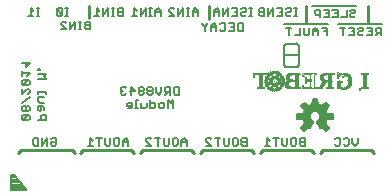
<source format=gbo>
G75*
G70*
%OFA0B0*%
%FSLAX24Y24*%
%IPPOS*%
%LPD*%
%AMOC8*
5,1,8,0,0,1.08239X$1,22.5*
%
%ADD10C,0.0060*%
%ADD11C,0.0100*%
%ADD12C,0.0080*%
%ADD13C,0.0059*%
%ADD14R,0.0010X0.0010*%
%ADD15R,0.0031X0.0010*%
%ADD16R,0.0021X0.0010*%
%ADD17R,0.0042X0.0010*%
%ADD18R,0.0052X0.0010*%
%ADD19R,0.0177X0.0010*%
%ADD20R,0.0301X0.0010*%
%ADD21R,0.0416X0.0010*%
%ADD22R,0.0322X0.0010*%
%ADD23R,0.0270X0.0010*%
%ADD24R,0.0281X0.0010*%
%ADD25R,0.0187X0.0010*%
%ADD26R,0.0478X0.0010*%
%ADD27R,0.0395X0.0010*%
%ADD28R,0.0104X0.0010*%
%ADD29R,0.0197X0.0010*%
%ADD30R,0.0426X0.0010*%
%ADD31R,0.0166X0.0010*%
%ADD32R,0.0374X0.0010*%
%ADD33R,0.0083X0.0010*%
%ADD34R,0.0457X0.0010*%
%ADD35R,0.0208X0.0010*%
%ADD36R,0.0249X0.0010*%
%ADD37R,0.0468X0.0010*%
%ADD38R,0.0218X0.0010*%
%ADD39R,0.0135X0.0010*%
%ADD40R,0.0146X0.0010*%
%ADD41R,0.0156X0.0010*%
%ADD42R,0.0239X0.0010*%
%ADD43R,0.0062X0.0010*%
%ADD44R,0.0094X0.0010*%
%ADD45R,0.0073X0.0010*%
%ADD46R,0.0229X0.0010*%
%ADD47R,0.0811X0.0010*%
%ADD48R,0.0634X0.0010*%
%ADD49R,0.0260X0.0010*%
%ADD50R,0.0125X0.0010*%
%ADD51R,0.0114X0.0010*%
%ADD52R,0.0333X0.0010*%
%ADD53R,0.0312X0.0010*%
%ADD54R,0.0343X0.0010*%
%ADD55R,0.0385X0.0010*%
%ADD56R,0.0364X0.0010*%
%ADD57R,0.0655X0.0010*%
%ADD58R,0.0447X0.0010*%
%ADD59R,0.0676X0.0010*%
%ADD60R,0.0437X0.0010*%
%ADD61R,0.0353X0.0010*%
%ADD62R,0.0405X0.0010*%
%ADD63R,0.0686X0.0010*%
%ADD64R,0.0707X0.0010*%
D10*
X001012Y002373D02*
X001056Y002330D01*
X001186Y002330D01*
X001186Y002590D01*
X001056Y002590D01*
X001012Y002547D01*
X001012Y002373D01*
X001307Y002330D02*
X001307Y002590D01*
X001480Y002590D02*
X001307Y002330D01*
X001480Y002330D02*
X001480Y002590D01*
X001602Y002547D02*
X001645Y002590D01*
X001732Y002590D01*
X001775Y002547D01*
X001775Y002373D01*
X001732Y002330D01*
X001645Y002330D01*
X001602Y002373D01*
X001602Y002460D01*
X001688Y002460D01*
X001445Y003180D02*
X001185Y003180D01*
X001272Y003180D02*
X001272Y003310D01*
X001315Y003353D01*
X001402Y003353D01*
X001445Y003310D01*
X001445Y003180D01*
X001358Y003518D02*
X001358Y003605D01*
X001315Y003648D01*
X001185Y003648D01*
X001185Y003518D01*
X001228Y003475D01*
X001272Y003518D01*
X001272Y003648D01*
X001228Y003769D02*
X001185Y003813D01*
X001185Y003943D01*
X001358Y003943D01*
X001445Y004064D02*
X001445Y004107D01*
X001185Y004107D01*
X001185Y004064D02*
X001185Y004151D01*
X000895Y004194D02*
X000895Y004107D01*
X000852Y004064D01*
X000895Y004194D02*
X000852Y004237D01*
X000808Y004237D01*
X000635Y004064D01*
X000635Y004237D01*
X000678Y004359D02*
X000852Y004532D01*
X000678Y004532D01*
X000635Y004489D01*
X000635Y004402D01*
X000678Y004359D01*
X000852Y004359D01*
X000895Y004402D01*
X000895Y004489D01*
X000852Y004532D01*
X000808Y004653D02*
X000895Y004740D01*
X000635Y004740D01*
X000635Y004653D02*
X000635Y004827D01*
X000765Y004948D02*
X000765Y005121D01*
X000635Y005078D02*
X000895Y005078D01*
X000765Y004948D01*
X001185Y004893D02*
X001185Y004850D01*
X001228Y004850D01*
X001228Y004893D01*
X001185Y004893D01*
X001185Y004729D02*
X001445Y004729D01*
X001358Y004642D01*
X001445Y004555D01*
X001185Y004555D01*
X000895Y003943D02*
X000635Y003769D01*
X000678Y003648D02*
X000635Y003605D01*
X000635Y003518D01*
X000678Y003475D01*
X000722Y003475D01*
X000765Y003518D01*
X000765Y003605D01*
X000722Y003648D01*
X000678Y003648D01*
X000765Y003605D02*
X000808Y003648D01*
X000852Y003648D01*
X000895Y003605D01*
X000895Y003518D01*
X000852Y003475D01*
X000808Y003475D01*
X000765Y003518D01*
X000678Y003353D02*
X000635Y003310D01*
X000635Y003223D01*
X000678Y003180D01*
X000852Y003353D01*
X000678Y003353D01*
X000852Y003353D02*
X000895Y003310D01*
X000895Y003223D01*
X000852Y003180D01*
X000678Y003180D01*
X001228Y003769D02*
X001358Y003769D01*
X002910Y002590D02*
X002910Y002330D01*
X002996Y002330D02*
X002823Y002330D01*
X002996Y002503D02*
X002910Y002590D01*
X003118Y002590D02*
X003291Y002590D01*
X003204Y002590D02*
X003204Y002330D01*
X003412Y002373D02*
X003456Y002330D01*
X003542Y002330D01*
X003586Y002373D01*
X003586Y002590D01*
X003707Y002547D02*
X003750Y002590D01*
X003837Y002590D01*
X003880Y002547D01*
X003880Y002373D01*
X003837Y002330D01*
X003750Y002330D01*
X003707Y002373D01*
X003707Y002547D01*
X004002Y002503D02*
X004002Y002330D01*
X004002Y002460D02*
X004175Y002460D01*
X004175Y002503D02*
X004088Y002590D01*
X004002Y002503D01*
X004175Y002503D02*
X004175Y002330D01*
X004773Y002330D02*
X004946Y002330D01*
X004773Y002503D01*
X004773Y002547D01*
X004816Y002590D01*
X004903Y002590D01*
X004946Y002547D01*
X005068Y002590D02*
X005241Y002590D01*
X005154Y002590D02*
X005154Y002330D01*
X005362Y002373D02*
X005406Y002330D01*
X005492Y002330D01*
X005536Y002373D01*
X005536Y002590D01*
X005657Y002547D02*
X005700Y002590D01*
X005787Y002590D01*
X005830Y002547D01*
X005830Y002373D01*
X005787Y002330D01*
X005700Y002330D01*
X005657Y002373D01*
X005657Y002547D01*
X005952Y002503D02*
X005952Y002330D01*
X005952Y002460D02*
X006125Y002460D01*
X006125Y002503D02*
X006038Y002590D01*
X005952Y002503D01*
X006125Y002503D02*
X006125Y002330D01*
X006773Y002330D02*
X006946Y002330D01*
X006773Y002503D01*
X006773Y002547D01*
X006816Y002590D01*
X006903Y002590D01*
X006946Y002547D01*
X007068Y002590D02*
X007241Y002590D01*
X007154Y002590D02*
X007154Y002330D01*
X007362Y002373D02*
X007406Y002330D01*
X007492Y002330D01*
X007536Y002373D01*
X007536Y002590D01*
X007657Y002547D02*
X007700Y002590D01*
X007787Y002590D01*
X007830Y002547D01*
X007830Y002373D01*
X007787Y002330D01*
X007700Y002330D01*
X007657Y002373D01*
X007657Y002547D01*
X007362Y002590D02*
X007362Y002373D01*
X007952Y002373D02*
X007995Y002330D01*
X008125Y002330D01*
X008125Y002590D01*
X007995Y002590D01*
X007952Y002547D01*
X007952Y002503D01*
X007995Y002460D01*
X008125Y002460D01*
X007995Y002460D02*
X007952Y002417D01*
X007952Y002373D01*
X008723Y002330D02*
X008896Y002330D01*
X008810Y002330D02*
X008810Y002590D01*
X008896Y002503D01*
X009018Y002590D02*
X009191Y002590D01*
X009104Y002590D02*
X009104Y002330D01*
X009312Y002373D02*
X009356Y002330D01*
X009442Y002330D01*
X009486Y002373D01*
X009486Y002590D01*
X009607Y002547D02*
X009650Y002590D01*
X009737Y002590D01*
X009780Y002547D01*
X009780Y002373D01*
X009737Y002330D01*
X009650Y002330D01*
X009607Y002373D01*
X009607Y002547D01*
X009902Y002547D02*
X009902Y002503D01*
X009945Y002460D01*
X010075Y002460D01*
X010075Y002330D02*
X010075Y002590D01*
X009945Y002590D01*
X009902Y002547D01*
X009945Y002460D02*
X009902Y002417D01*
X009902Y002373D01*
X009945Y002330D01*
X010075Y002330D01*
X009312Y002373D02*
X009312Y002590D01*
X011062Y002547D02*
X011106Y002590D01*
X011192Y002590D01*
X011236Y002547D01*
X011236Y002373D01*
X011192Y002330D01*
X011106Y002330D01*
X011062Y002373D01*
X011357Y002373D02*
X011400Y002330D01*
X011487Y002330D01*
X011530Y002373D01*
X011530Y002547D01*
X011487Y002590D01*
X011400Y002590D01*
X011357Y002547D01*
X011652Y002590D02*
X011652Y002417D01*
X011738Y002330D01*
X011825Y002417D01*
X011825Y002590D01*
X009757Y004950D02*
X009461Y004950D01*
X009446Y004952D01*
X009431Y004956D01*
X009417Y004963D01*
X009405Y004973D01*
X009395Y004985D01*
X009388Y004999D01*
X009384Y005014D01*
X009382Y005029D01*
X009383Y005029D02*
X009383Y005344D01*
X009855Y005344D01*
X009855Y005659D01*
X009854Y005659D02*
X009851Y005676D01*
X009844Y005692D01*
X009834Y005706D01*
X009822Y005718D01*
X009807Y005728D01*
X009791Y005734D01*
X009774Y005738D01*
X009756Y005737D01*
X009757Y005737D02*
X009481Y005737D01*
X009463Y005738D01*
X009446Y005734D01*
X009430Y005728D01*
X009415Y005718D01*
X009403Y005706D01*
X009393Y005692D01*
X009386Y005676D01*
X009383Y005659D01*
X009383Y005344D01*
X009855Y005344D02*
X009855Y005029D01*
X009854Y005029D02*
X009851Y005012D01*
X009844Y004996D01*
X009834Y004982D01*
X009822Y004970D01*
X009807Y004960D01*
X009791Y004954D01*
X009774Y004950D01*
X009756Y004951D01*
X009741Y006010D02*
X009914Y006010D01*
X009914Y006270D01*
X010035Y006270D02*
X010035Y006053D01*
X010079Y006010D01*
X010166Y006010D01*
X010209Y006053D01*
X010209Y006270D01*
X010330Y006183D02*
X010330Y006010D01*
X010330Y006140D02*
X010504Y006140D01*
X010504Y006183D02*
X010504Y006010D01*
X010504Y006183D02*
X010417Y006270D01*
X010330Y006183D01*
X010625Y006270D02*
X010798Y006270D01*
X010798Y006010D01*
X010798Y006140D02*
X010712Y006140D01*
X010828Y006390D02*
X009355Y006390D01*
X009446Y006270D02*
X009620Y006270D01*
X009533Y006270D02*
X009533Y006010D01*
X009560Y006660D02*
X009473Y006660D01*
X009430Y006703D01*
X009430Y006747D01*
X009473Y006790D01*
X009560Y006790D01*
X009604Y006833D01*
X009604Y006877D01*
X009560Y006920D01*
X009473Y006920D01*
X009430Y006877D01*
X009309Y006920D02*
X009309Y006660D01*
X009135Y006660D01*
X009014Y006660D02*
X009014Y006920D01*
X008841Y006660D01*
X008841Y006920D01*
X008720Y006920D02*
X008590Y006920D01*
X008546Y006877D01*
X008546Y006833D01*
X008590Y006790D01*
X008720Y006790D01*
X008720Y006660D02*
X008720Y006920D01*
X008590Y006790D02*
X008546Y006747D01*
X008546Y006703D01*
X008590Y006660D01*
X008720Y006660D01*
X008300Y006660D02*
X008213Y006660D01*
X008257Y006660D02*
X008257Y006920D01*
X008300Y006920D02*
X008213Y006920D01*
X008104Y006877D02*
X008104Y006833D01*
X008060Y006790D01*
X007973Y006790D01*
X007930Y006747D01*
X007930Y006703D01*
X007973Y006660D01*
X008060Y006660D01*
X008104Y006703D01*
X008104Y006877D02*
X008060Y006920D01*
X007973Y006920D01*
X007930Y006877D01*
X007809Y006920D02*
X007809Y006660D01*
X007635Y006660D01*
X007514Y006660D02*
X007514Y006920D01*
X007341Y006660D01*
X007341Y006920D01*
X007220Y006833D02*
X007133Y006920D01*
X007046Y006833D01*
X007046Y006660D01*
X007220Y006660D02*
X007220Y006833D01*
X007220Y006790D02*
X007046Y006790D01*
X007028Y006420D02*
X006941Y006333D01*
X006941Y006160D01*
X007114Y006160D02*
X007114Y006333D01*
X007028Y006420D01*
X006820Y006420D02*
X006820Y006377D01*
X006733Y006290D01*
X006733Y006160D01*
X006733Y006290D02*
X006646Y006377D01*
X006646Y006420D01*
X006505Y006660D02*
X006505Y006833D01*
X006419Y006920D01*
X006332Y006833D01*
X006332Y006660D01*
X006211Y006660D02*
X006124Y006660D01*
X006167Y006660D02*
X006167Y006920D01*
X006124Y006920D02*
X006211Y006920D01*
X006332Y006790D02*
X006505Y006790D01*
X006014Y006660D02*
X006014Y006920D01*
X005841Y006660D01*
X005841Y006920D01*
X005720Y006877D02*
X005676Y006920D01*
X005590Y006920D01*
X005546Y006877D01*
X005546Y006833D01*
X005720Y006660D01*
X005546Y006660D01*
X005255Y006660D02*
X005255Y006833D01*
X005169Y006920D01*
X005082Y006833D01*
X005082Y006660D01*
X004961Y006660D02*
X004874Y006660D01*
X004917Y006660D02*
X004917Y006920D01*
X004874Y006920D02*
X004961Y006920D01*
X005082Y006790D02*
X005255Y006790D01*
X004764Y006660D02*
X004764Y006920D01*
X004591Y006660D01*
X004591Y006920D01*
X004470Y006833D02*
X004383Y006920D01*
X004383Y006660D01*
X004470Y006660D02*
X004296Y006660D01*
X004005Y006660D02*
X003875Y006660D01*
X003832Y006703D01*
X003832Y006747D01*
X003875Y006790D01*
X004005Y006790D01*
X003875Y006790D02*
X003832Y006833D01*
X003832Y006877D01*
X003875Y006920D01*
X004005Y006920D01*
X004005Y006660D01*
X003711Y006660D02*
X003624Y006660D01*
X003667Y006660D02*
X003667Y006920D01*
X003624Y006920D02*
X003711Y006920D01*
X003514Y006920D02*
X003341Y006660D01*
X003341Y006920D01*
X003220Y006833D02*
X003133Y006920D01*
X003133Y006660D01*
X003220Y006660D02*
X003046Y006660D01*
X002905Y006470D02*
X002775Y006470D01*
X002732Y006427D01*
X002732Y006383D01*
X002775Y006340D01*
X002905Y006340D01*
X002775Y006340D02*
X002732Y006297D01*
X002732Y006253D01*
X002775Y006210D01*
X002905Y006210D01*
X002905Y006470D01*
X002611Y006470D02*
X002524Y006470D01*
X002567Y006470D02*
X002567Y006210D01*
X002524Y006210D02*
X002611Y006210D01*
X002414Y006210D02*
X002414Y006470D01*
X002241Y006210D01*
X002241Y006470D01*
X002120Y006427D02*
X002076Y006470D01*
X001990Y006470D01*
X001946Y006427D01*
X001946Y006383D01*
X002120Y006210D01*
X001946Y006210D01*
X001926Y006660D02*
X001970Y006703D01*
X001796Y006877D01*
X001796Y006703D01*
X001840Y006660D01*
X001926Y006660D01*
X001970Y006703D02*
X001970Y006877D01*
X001926Y006920D01*
X001840Y006920D01*
X001796Y006877D01*
X002079Y006920D02*
X002166Y006920D01*
X002123Y006920D02*
X002123Y006660D01*
X002166Y006660D02*
X002079Y006660D01*
X001216Y006660D02*
X001129Y006660D01*
X001173Y006660D02*
X001173Y006920D01*
X001216Y006920D02*
X001129Y006920D01*
X001020Y006833D02*
X000933Y006920D01*
X000933Y006660D01*
X001020Y006660D02*
X000846Y006660D01*
X003514Y006660D02*
X003514Y006920D01*
X006941Y006290D02*
X007114Y006290D01*
X007235Y006203D02*
X007279Y006160D01*
X007366Y006160D01*
X007409Y006203D01*
X007409Y006377D01*
X007366Y006420D01*
X007279Y006420D01*
X007235Y006377D01*
X007530Y006420D02*
X007704Y006420D01*
X007704Y006160D01*
X007530Y006160D01*
X007617Y006290D02*
X007704Y006290D01*
X007825Y006203D02*
X007825Y006377D01*
X007868Y006420D01*
X007998Y006420D01*
X007998Y006160D01*
X007868Y006160D01*
X007825Y006203D01*
X007809Y006790D02*
X007722Y006790D01*
X007635Y006920D02*
X007809Y006920D01*
X009135Y006920D02*
X009309Y006920D01*
X009309Y006790D02*
X009222Y006790D01*
X009560Y006660D02*
X009604Y006703D01*
X009713Y006660D02*
X009800Y006660D01*
X009757Y006660D02*
X009757Y006920D01*
X009800Y006920D02*
X009713Y006920D01*
X010305Y006990D02*
X011778Y006990D01*
X011705Y006870D02*
X011748Y006827D01*
X011748Y006783D01*
X011705Y006740D01*
X011618Y006740D01*
X011575Y006697D01*
X011575Y006653D01*
X011618Y006610D01*
X011705Y006610D01*
X011748Y006653D01*
X011575Y006827D02*
X011618Y006870D01*
X011705Y006870D01*
X011454Y006870D02*
X011454Y006610D01*
X011280Y006610D01*
X011159Y006610D02*
X010985Y006610D01*
X010864Y006610D02*
X010691Y006610D01*
X010570Y006610D02*
X010570Y006870D01*
X010440Y006870D01*
X010396Y006827D01*
X010396Y006740D01*
X010440Y006697D01*
X010570Y006697D01*
X010778Y006740D02*
X010864Y006740D01*
X010864Y006870D02*
X010864Y006610D01*
X011072Y006740D02*
X011159Y006740D01*
X011159Y006870D02*
X011159Y006610D01*
X011155Y006390D02*
X012628Y006390D01*
X012598Y006270D02*
X012468Y006270D01*
X012425Y006227D01*
X012425Y006140D01*
X012468Y006097D01*
X012598Y006097D01*
X012512Y006097D02*
X012425Y006010D01*
X012304Y006010D02*
X012130Y006010D01*
X012009Y006053D02*
X011966Y006010D01*
X011879Y006010D01*
X011835Y006053D01*
X011835Y006097D01*
X011879Y006140D01*
X011966Y006140D01*
X012009Y006183D01*
X012009Y006227D01*
X011966Y006270D01*
X011879Y006270D01*
X011835Y006227D01*
X011714Y006270D02*
X011714Y006010D01*
X011541Y006010D01*
X011628Y006140D02*
X011714Y006140D01*
X011714Y006270D02*
X011541Y006270D01*
X011420Y006270D02*
X011246Y006270D01*
X011333Y006270D02*
X011333Y006010D01*
X012130Y006270D02*
X012304Y006270D01*
X012304Y006010D01*
X012304Y006140D02*
X012217Y006140D01*
X012598Y006010D02*
X012598Y006270D01*
X011159Y006870D02*
X010985Y006870D01*
X010864Y006870D02*
X010691Y006870D01*
X005875Y004290D02*
X005875Y004030D01*
X005745Y004030D01*
X005702Y004073D01*
X005702Y004247D01*
X005745Y004290D01*
X005875Y004290D01*
X005580Y004290D02*
X005580Y004030D01*
X005580Y004117D02*
X005450Y004117D01*
X005407Y004160D01*
X005407Y004247D01*
X005450Y004290D01*
X005580Y004290D01*
X005494Y004117D02*
X005407Y004030D01*
X005286Y004117D02*
X005199Y004030D01*
X005112Y004117D01*
X005112Y004290D01*
X004991Y004247D02*
X004991Y004203D01*
X004948Y004160D01*
X004861Y004160D01*
X004818Y004117D01*
X004818Y004073D01*
X004861Y004030D01*
X004948Y004030D01*
X004991Y004073D01*
X004991Y004117D01*
X004948Y004160D01*
X004861Y004160D02*
X004818Y004203D01*
X004818Y004247D01*
X004861Y004290D01*
X004948Y004290D01*
X004991Y004247D01*
X004696Y004247D02*
X004696Y004203D01*
X004653Y004160D01*
X004566Y004160D01*
X004523Y004117D01*
X004523Y004073D01*
X004566Y004030D01*
X004653Y004030D01*
X004696Y004073D01*
X004696Y004117D01*
X004653Y004160D01*
X004566Y004160D02*
X004523Y004203D01*
X004523Y004247D01*
X004566Y004290D01*
X004653Y004290D01*
X004696Y004247D01*
X004402Y004160D02*
X004228Y004160D01*
X004272Y004030D02*
X004272Y004290D01*
X004402Y004160D01*
X004107Y004073D02*
X004064Y004030D01*
X003977Y004030D01*
X003934Y004073D01*
X003934Y004117D01*
X003977Y004160D01*
X004020Y004160D01*
X003977Y004160D02*
X003934Y004203D01*
X003934Y004247D01*
X003977Y004290D01*
X004064Y004290D01*
X004107Y004247D01*
X004453Y003840D02*
X004453Y003580D01*
X004496Y003580D02*
X004410Y003580D01*
X004300Y003623D02*
X004300Y003710D01*
X004257Y003753D01*
X004170Y003753D01*
X004126Y003710D01*
X004126Y003667D01*
X004300Y003667D01*
X004300Y003623D02*
X004257Y003580D01*
X004170Y003580D01*
X004453Y003840D02*
X004496Y003840D01*
X004618Y003753D02*
X004618Y003580D01*
X004748Y003580D01*
X004791Y003623D01*
X004791Y003753D01*
X004912Y003753D02*
X005042Y003753D01*
X005086Y003710D01*
X005086Y003623D01*
X005042Y003580D01*
X004912Y003580D01*
X004912Y003840D01*
X005207Y003710D02*
X005250Y003753D01*
X005337Y003753D01*
X005380Y003710D01*
X005380Y003623D01*
X005337Y003580D01*
X005250Y003580D01*
X005207Y003623D01*
X005207Y003710D01*
X005502Y003840D02*
X005502Y003580D01*
X005675Y003580D02*
X005675Y003840D01*
X005588Y003753D01*
X005502Y003840D01*
X005286Y004117D02*
X005286Y004290D01*
X005362Y002590D02*
X005362Y002373D01*
X003412Y002373D02*
X003412Y002590D01*
D11*
X002655Y002200D02*
X002555Y002100D01*
X002405Y002100D02*
X002305Y002200D01*
X000605Y002200D01*
X000505Y002100D01*
X002655Y002200D02*
X004255Y002200D01*
X004355Y002100D01*
X004555Y002100D02*
X004655Y002200D01*
X006255Y002200D01*
X006355Y002100D01*
X006555Y002100D02*
X006655Y002200D01*
X008255Y002200D01*
X008355Y002100D01*
X008555Y002100D02*
X008655Y002200D01*
X010255Y002200D01*
X010355Y002100D01*
X010555Y002100D02*
X010655Y002200D01*
X012255Y002200D01*
X012355Y002100D01*
X012155Y006450D02*
X012155Y007000D01*
X010105Y007000D02*
X010105Y006450D01*
X006855Y006550D02*
X006855Y007000D01*
X002855Y007000D02*
X002855Y006600D01*
D12*
X000255Y001350D02*
X000255Y000850D01*
X000755Y000850D01*
X000755Y000900D01*
X000355Y001350D01*
X000255Y001350D01*
X000355Y001350D01*
X000425Y001271D02*
X000255Y001271D01*
X000255Y001193D02*
X000495Y001193D01*
X000565Y001114D02*
X000255Y001114D01*
X000255Y001036D02*
X000635Y001036D01*
X000704Y000957D02*
X000255Y000957D01*
X000255Y000879D02*
X000755Y000879D01*
D13*
X009819Y003228D02*
X009819Y003372D01*
X010009Y003391D01*
X010030Y003455D01*
X010061Y003515D01*
X009940Y003664D01*
X010041Y003765D01*
X010190Y003644D01*
X010250Y003675D01*
X010314Y003696D01*
X010333Y003886D01*
X010477Y003886D01*
X010496Y003696D01*
X010560Y003675D01*
X010620Y003644D01*
X010769Y003765D01*
X010870Y003664D01*
X010749Y003515D01*
X010780Y003455D01*
X010801Y003391D01*
X010991Y003372D01*
X010991Y003228D01*
X010801Y003209D01*
X010780Y003145D01*
X010749Y003085D01*
X010870Y002936D01*
X010769Y002835D01*
X010620Y002956D01*
X010560Y002925D01*
X010476Y003129D01*
X010513Y003151D01*
X010545Y003180D01*
X010569Y003216D01*
X010584Y003257D01*
X010590Y003300D01*
X010584Y003344D01*
X010569Y003385D01*
X010544Y003422D01*
X010511Y003451D01*
X010472Y003472D01*
X010429Y003483D01*
X010385Y003483D01*
X010342Y003473D01*
X010303Y003453D01*
X010269Y003425D01*
X010243Y003389D01*
X010227Y003348D01*
X010221Y003304D01*
X010225Y003260D01*
X010240Y003218D01*
X010264Y003181D01*
X010296Y003151D01*
X010334Y003129D01*
X010250Y002925D01*
X010190Y002956D01*
X010041Y002835D01*
X009940Y002936D01*
X010061Y003085D01*
X010030Y003145D01*
X010009Y003209D01*
X009819Y003228D01*
X009819Y003275D02*
X010223Y003275D01*
X010225Y003332D02*
X009819Y003332D01*
X009924Y003217D02*
X010240Y003217D01*
X010287Y003160D02*
X010025Y003160D01*
X010052Y003102D02*
X010323Y003102D01*
X010299Y003045D02*
X010028Y003045D01*
X009981Y002987D02*
X010275Y002987D01*
X010252Y002930D02*
X010241Y002930D01*
X010158Y002930D02*
X009947Y002930D01*
X010004Y002872D02*
X010087Y002872D01*
X010511Y003045D02*
X010782Y003045D01*
X010758Y003102D02*
X010487Y003102D01*
X010523Y003160D02*
X010785Y003160D01*
X010886Y003217D02*
X010570Y003217D01*
X010587Y003275D02*
X010991Y003275D01*
X010991Y003332D02*
X010586Y003332D01*
X010565Y003390D02*
X010814Y003390D01*
X010783Y003448D02*
X010515Y003448D01*
X010296Y003448D02*
X010027Y003448D01*
X010055Y003505D02*
X010755Y003505D01*
X010788Y003563D02*
X010022Y003563D01*
X009975Y003620D02*
X010835Y003620D01*
X010856Y003678D02*
X010661Y003678D01*
X010732Y003735D02*
X010799Y003735D01*
X010552Y003678D02*
X010258Y003678D01*
X010318Y003735D02*
X010492Y003735D01*
X010486Y003793D02*
X010324Y003793D01*
X010329Y003850D02*
X010481Y003850D01*
X010149Y003678D02*
X009954Y003678D01*
X010011Y003735D02*
X010078Y003735D01*
X009996Y003390D02*
X010244Y003390D01*
X010535Y002987D02*
X010829Y002987D01*
X010863Y002930D02*
X010652Y002930D01*
X010569Y002930D02*
X010558Y002930D01*
X010723Y002872D02*
X010806Y002872D01*
D14*
X009128Y004127D03*
X009191Y004148D03*
X009253Y004179D03*
X008931Y004148D03*
X008848Y004460D03*
X008848Y004470D03*
X008910Y004616D03*
X009066Y004460D03*
X009212Y004616D03*
X009253Y004740D03*
X011155Y004689D03*
X011155Y004668D03*
X011155Y004657D03*
X011155Y004647D03*
X011155Y004637D03*
X011155Y004626D03*
X011155Y004616D03*
X011290Y004720D03*
X011363Y004720D03*
X011332Y004626D03*
X011384Y004616D03*
X011384Y004595D03*
X011457Y004616D03*
X011446Y004657D03*
X011644Y004533D03*
X011644Y004501D03*
X011228Y004460D03*
X011207Y004460D03*
X011176Y004761D03*
D15*
X011176Y004751D03*
X011176Y004730D03*
X011197Y004605D03*
X011176Y004553D03*
X011218Y004470D03*
X011249Y004377D03*
X011249Y004366D03*
X011249Y004356D03*
X011332Y004616D03*
X011477Y004657D03*
X011550Y004668D03*
X011644Y004449D03*
X011904Y004169D03*
X011914Y004148D03*
X010272Y004262D03*
X010272Y004273D03*
X010272Y004283D03*
X010272Y004294D03*
X010272Y004304D03*
X010272Y004314D03*
X010272Y004325D03*
X010272Y004335D03*
X010272Y004346D03*
X010272Y004356D03*
X010272Y004366D03*
X010272Y004377D03*
X010272Y004387D03*
X010272Y004397D03*
X010272Y004408D03*
X010272Y004418D03*
X010272Y004429D03*
X010272Y004439D03*
X010272Y004449D03*
X010272Y004522D03*
X010272Y004533D03*
X010272Y004543D03*
X010272Y004553D03*
X010272Y004564D03*
X010272Y004574D03*
X010272Y004585D03*
X010272Y004595D03*
X010272Y004605D03*
X010272Y004616D03*
X010272Y004626D03*
X010272Y004637D03*
X010272Y004647D03*
X010272Y004657D03*
X010272Y004668D03*
X010002Y004242D03*
X010002Y004231D03*
X009253Y004190D03*
X009066Y004127D03*
X008993Y004138D03*
X008931Y004158D03*
X008827Y004231D03*
X008785Y004283D03*
X009128Y004792D03*
D16*
X009196Y004772D03*
X008999Y004792D03*
X008936Y004772D03*
X008874Y004740D03*
X009279Y004460D03*
X009342Y004283D03*
X009300Y004231D03*
X008999Y004127D03*
X010007Y004626D03*
X010007Y004637D03*
X010007Y004647D03*
X010007Y004657D03*
X010007Y004668D03*
X010007Y004678D03*
X010007Y004689D03*
X010007Y004699D03*
X010038Y004668D03*
X010038Y004657D03*
X010038Y004647D03*
X010038Y004637D03*
X010038Y004626D03*
X010090Y004553D03*
X010090Y004543D03*
X010090Y004533D03*
X010090Y004522D03*
X010090Y004512D03*
X010090Y004501D03*
X010090Y004491D03*
X010090Y004481D03*
X010090Y004470D03*
X010090Y004460D03*
X010090Y004449D03*
X010090Y004439D03*
X010090Y004429D03*
X010090Y004418D03*
X010121Y004418D03*
X010121Y004429D03*
X010121Y004439D03*
X010121Y004449D03*
X010121Y004522D03*
X010121Y004533D03*
X010121Y004543D03*
X010121Y004553D03*
X010391Y004553D03*
X010391Y004543D03*
X010391Y004533D03*
X010391Y004522D03*
X010391Y004512D03*
X010391Y004501D03*
X010391Y004491D03*
X010391Y004481D03*
X010391Y004470D03*
X010391Y004460D03*
X010391Y004449D03*
X010391Y004439D03*
X010391Y004429D03*
X010391Y004418D03*
X010391Y004408D03*
X010391Y004397D03*
X010391Y004387D03*
X010391Y004377D03*
X010391Y004366D03*
X010391Y004356D03*
X010391Y004346D03*
X010391Y004335D03*
X010391Y004325D03*
X010391Y004314D03*
X010391Y004304D03*
X010391Y004294D03*
X010391Y004283D03*
X010391Y004273D03*
X010391Y004262D03*
X010391Y004252D03*
X010391Y004564D03*
X010391Y004574D03*
X010391Y004585D03*
X010391Y004595D03*
X010391Y004605D03*
X010391Y004616D03*
X010391Y004626D03*
X010391Y004637D03*
X010391Y004647D03*
X010391Y004657D03*
X010391Y004668D03*
X010454Y004699D03*
X011160Y004605D03*
X011223Y004481D03*
X011327Y004595D03*
X011420Y004637D03*
X011410Y004657D03*
X011597Y004668D03*
X011607Y004657D03*
X011649Y004491D03*
X011649Y004481D03*
X011649Y004470D03*
X011649Y004460D03*
X011649Y004439D03*
D17*
X011597Y004460D03*
X011597Y004470D03*
X011597Y004481D03*
X011597Y004491D03*
X011597Y004501D03*
X011524Y004481D03*
X011524Y004470D03*
X011327Y004605D03*
X011420Y004647D03*
X011202Y004626D03*
X011202Y004616D03*
X011171Y004740D03*
X011244Y004346D03*
X011244Y004335D03*
X011244Y004325D03*
X011244Y004314D03*
X011244Y004304D03*
X011244Y004294D03*
X011898Y004190D03*
X011898Y004179D03*
X011909Y004158D03*
X009196Y004158D03*
X009134Y004138D03*
X009061Y004138D03*
X008999Y004148D03*
X008874Y004190D03*
X008874Y004730D03*
X008936Y004761D03*
X008999Y004772D03*
X008999Y004782D03*
X009061Y004782D03*
X009061Y004792D03*
X009134Y004782D03*
X009196Y004761D03*
X009248Y004730D03*
D18*
X009128Y004772D03*
X009066Y004772D03*
X009347Y004470D03*
X009347Y004460D03*
X009128Y004148D03*
X009066Y004148D03*
X008775Y004449D03*
X008775Y004460D03*
X008775Y004470D03*
X008370Y004595D03*
X008370Y004605D03*
X008370Y004616D03*
X008370Y004626D03*
X008370Y004637D03*
X008370Y004647D03*
X008370Y004657D03*
X008370Y004668D03*
X010022Y004616D03*
X010022Y004605D03*
X010105Y004574D03*
X010105Y004564D03*
X010105Y004408D03*
X010105Y004397D03*
X011176Y004564D03*
X011176Y004574D03*
X011207Y004637D03*
X011249Y004720D03*
X011477Y004647D03*
X011519Y004491D03*
X011529Y004460D03*
X011529Y004449D03*
X011592Y004449D03*
X011592Y004439D03*
X011592Y004533D03*
X011893Y004200D03*
D19*
X011363Y004200D03*
X011228Y004449D03*
X010677Y004668D03*
X010199Y004512D03*
X010199Y004501D03*
X010199Y004460D03*
X009523Y004449D03*
X009503Y004273D03*
X009180Y004210D03*
X009066Y004158D03*
X008941Y004210D03*
X009180Y004709D03*
X009066Y004761D03*
X009534Y004668D03*
D20*
X009066Y004740D03*
X009066Y004751D03*
X008900Y004543D03*
X009066Y004190D03*
X009066Y004179D03*
X009066Y004169D03*
X010137Y004252D03*
D21*
X009716Y004709D03*
X009061Y004200D03*
D22*
X009222Y004543D03*
X012028Y004221D03*
X012028Y004210D03*
D23*
X012054Y004231D03*
X012054Y004242D03*
X012054Y004678D03*
X012054Y004689D03*
X012054Y004699D03*
X012054Y004709D03*
X012054Y004720D03*
X011358Y004210D03*
X009258Y004512D03*
X009238Y004387D03*
X008895Y004387D03*
X008863Y004512D03*
X008604Y004242D03*
X008604Y004231D03*
X008604Y004221D03*
X008604Y004210D03*
D24*
X010916Y004210D03*
X010916Y004221D03*
X010916Y004231D03*
X010916Y004242D03*
D25*
X010578Y004221D03*
X010578Y004210D03*
X009518Y004262D03*
X009560Y004512D03*
X009175Y004720D03*
D26*
X010225Y004221D03*
X010225Y004210D03*
D27*
X009726Y004210D03*
D28*
X009310Y004294D03*
X009310Y004304D03*
X009300Y004335D03*
X009352Y004418D03*
X009352Y004501D03*
X009300Y004585D03*
X009310Y004616D03*
X009310Y004626D03*
X009154Y004657D03*
X009196Y004491D03*
X008936Y004491D03*
X008936Y004481D03*
X008936Y004439D03*
X008936Y004429D03*
X008770Y004501D03*
X008811Y004616D03*
X008811Y004626D03*
X008822Y004637D03*
X008811Y004304D03*
X011275Y004429D03*
X011462Y004221D03*
D29*
X011457Y004242D03*
X011290Y004221D03*
X011228Y004408D03*
X011228Y004418D03*
X011228Y004439D03*
X010584Y004242D03*
X010584Y004231D03*
D30*
X010843Y004699D03*
X009711Y004221D03*
D31*
X009497Y004283D03*
X009487Y004294D03*
X009477Y004325D03*
X009497Y004429D03*
X009508Y004439D03*
X009186Y004231D03*
X009186Y004221D03*
X008947Y004221D03*
X008936Y004231D03*
X009186Y004699D03*
X010194Y004491D03*
X010194Y004470D03*
X010724Y004429D03*
X011472Y004678D03*
X011566Y004585D03*
X011566Y004574D03*
X011576Y004429D03*
D32*
X011348Y004231D03*
X011358Y004689D03*
X009674Y004501D03*
D33*
X009362Y004439D03*
X009300Y004325D03*
X009144Y004273D03*
X009134Y004283D03*
X008936Y004449D03*
X008936Y004470D03*
X008770Y004481D03*
X008770Y004439D03*
X008853Y004657D03*
X009144Y004647D03*
X009269Y004657D03*
X009300Y004595D03*
X010422Y004678D03*
X010422Y004689D03*
X010422Y004242D03*
X010422Y004231D03*
X011171Y004294D03*
X011171Y004304D03*
X011171Y004314D03*
X011171Y004325D03*
X011171Y004429D03*
X011233Y004668D03*
X011607Y004543D03*
X011607Y004522D03*
D34*
X009695Y004231D03*
D35*
X009217Y004242D03*
X009206Y004262D03*
X008915Y004262D03*
X009217Y004678D03*
X011244Y004242D03*
D36*
X010152Y004242D03*
X009248Y004522D03*
X009061Y004574D03*
X008884Y004522D03*
X008884Y004397D03*
X009061Y004346D03*
D37*
X009690Y004242D03*
X009690Y004678D03*
X010230Y004709D03*
X010230Y004720D03*
D38*
X009565Y004460D03*
X009212Y004668D03*
X009212Y004689D03*
X009066Y004626D03*
X009066Y004616D03*
X009066Y004605D03*
X009066Y004595D03*
X008910Y004668D03*
X009066Y004325D03*
X009066Y004314D03*
X009066Y004304D03*
X009066Y004294D03*
X009212Y004252D03*
X008910Y004252D03*
X008910Y004242D03*
D39*
X009794Y004252D03*
X009794Y004262D03*
X009794Y004273D03*
X009794Y004283D03*
X009794Y004294D03*
X009794Y004304D03*
X009794Y004314D03*
X009794Y004325D03*
X009794Y004335D03*
X009794Y004346D03*
X009794Y004356D03*
X009794Y004366D03*
X009794Y004377D03*
X009794Y004387D03*
X009794Y004397D03*
X009794Y004408D03*
X009794Y004418D03*
X009794Y004429D03*
X009794Y004439D03*
X009794Y004449D03*
X009794Y004460D03*
X009794Y004512D03*
X009794Y004522D03*
X009794Y004533D03*
X009794Y004543D03*
X009794Y004553D03*
X009794Y004564D03*
X009794Y004574D03*
X009794Y004585D03*
X009794Y004595D03*
X009794Y004605D03*
X009794Y004616D03*
X009794Y004626D03*
X009794Y004637D03*
X009794Y004647D03*
X009794Y004657D03*
X009794Y004668D03*
X010916Y004668D03*
X010916Y004657D03*
X010916Y004647D03*
X010916Y004637D03*
X010916Y004626D03*
X010916Y004616D03*
X010916Y004605D03*
X010916Y004595D03*
X010916Y004585D03*
X010916Y004574D03*
X010916Y004564D03*
X010916Y004553D03*
X010916Y004543D03*
X010916Y004533D03*
X010916Y004522D03*
X010916Y004512D03*
X010916Y004501D03*
X010916Y004491D03*
X010916Y004429D03*
X010916Y004418D03*
X010916Y004408D03*
X010916Y004397D03*
X010916Y004387D03*
X010916Y004377D03*
X010916Y004366D03*
X010916Y004356D03*
X010916Y004346D03*
X010916Y004335D03*
X010916Y004325D03*
X010916Y004314D03*
X010916Y004304D03*
X010916Y004294D03*
X010916Y004283D03*
X010916Y004273D03*
X010916Y004262D03*
X010916Y004252D03*
X011197Y004262D03*
X011197Y004273D03*
X011197Y004283D03*
X011197Y004387D03*
X011197Y004397D03*
X011519Y004273D03*
X011529Y004283D03*
X011550Y004605D03*
X012059Y004605D03*
X012059Y004595D03*
X012059Y004585D03*
X012059Y004574D03*
X012059Y004564D03*
X012059Y004553D03*
X012059Y004543D03*
X012059Y004533D03*
X012059Y004522D03*
X012059Y004512D03*
X012059Y004501D03*
X012059Y004491D03*
X012059Y004481D03*
X012059Y004470D03*
X012059Y004460D03*
X012059Y004449D03*
X012059Y004439D03*
X012059Y004429D03*
X012059Y004418D03*
X012059Y004408D03*
X012059Y004397D03*
X012059Y004387D03*
X012059Y004377D03*
X012059Y004366D03*
X012059Y004356D03*
X012059Y004346D03*
X012059Y004335D03*
X012059Y004325D03*
X012059Y004314D03*
X012059Y004304D03*
X012059Y004294D03*
X012059Y004283D03*
X012059Y004273D03*
X012059Y004262D03*
X012059Y004252D03*
X012059Y004616D03*
X012059Y004626D03*
X012059Y004637D03*
X012059Y004647D03*
X012059Y004657D03*
X012059Y004668D03*
D40*
X011545Y004616D03*
X011535Y004626D03*
X011535Y004637D03*
X011566Y004366D03*
X011566Y004356D03*
X011555Y004335D03*
X011555Y004325D03*
X011545Y004314D03*
X011545Y004304D03*
X011535Y004294D03*
X011503Y004262D03*
X011493Y004252D03*
X010693Y004397D03*
X010682Y004377D03*
X010672Y004356D03*
X010662Y004346D03*
X010662Y004335D03*
X010651Y004325D03*
X010651Y004314D03*
X010641Y004304D03*
X010641Y004294D03*
X010630Y004283D03*
X010630Y004273D03*
X010620Y004262D03*
X010662Y004512D03*
X010651Y004522D03*
X010641Y004533D03*
X010641Y004543D03*
X010641Y004553D03*
X010641Y004564D03*
X010641Y004574D03*
X010641Y004585D03*
X010641Y004595D03*
X010641Y004605D03*
X010641Y004616D03*
X010641Y004626D03*
X010651Y004637D03*
X009518Y004533D03*
X009508Y004543D03*
X009508Y004553D03*
X009497Y004564D03*
X009497Y004574D03*
X009497Y004585D03*
X009497Y004595D03*
X009497Y004605D03*
X009497Y004616D03*
X009497Y004626D03*
X009508Y004637D03*
X009310Y004574D03*
X009310Y004346D03*
X008811Y004346D03*
X008604Y004346D03*
X008604Y004356D03*
X008604Y004366D03*
X008604Y004377D03*
X008604Y004387D03*
X008604Y004397D03*
X008604Y004408D03*
X008604Y004418D03*
X008604Y004429D03*
X008604Y004439D03*
X008604Y004449D03*
X008604Y004460D03*
X008604Y004470D03*
X008604Y004481D03*
X008604Y004491D03*
X008604Y004501D03*
X008604Y004512D03*
X008604Y004522D03*
X008604Y004533D03*
X008604Y004543D03*
X008604Y004553D03*
X008604Y004564D03*
X008604Y004574D03*
X008604Y004585D03*
X008604Y004595D03*
X008604Y004605D03*
X008604Y004616D03*
X008604Y004626D03*
X008604Y004637D03*
X008604Y004647D03*
X008604Y004657D03*
X008604Y004668D03*
X008811Y004574D03*
X008604Y004335D03*
X008604Y004325D03*
X008604Y004314D03*
X008604Y004304D03*
X008604Y004294D03*
X008604Y004283D03*
X008604Y004273D03*
X008604Y004262D03*
X008604Y004252D03*
D41*
X009471Y004335D03*
X009471Y004346D03*
X009471Y004377D03*
X009482Y004387D03*
X009482Y004397D03*
X009482Y004408D03*
X009492Y004418D03*
X009482Y004314D03*
X009482Y004304D03*
X009534Y004522D03*
X009513Y004647D03*
X009523Y004657D03*
X010656Y004647D03*
X010667Y004657D03*
X010667Y004501D03*
X010677Y004491D03*
X010708Y004418D03*
X010698Y004408D03*
X010688Y004387D03*
X010677Y004366D03*
X010615Y004252D03*
X011207Y004252D03*
X011561Y004346D03*
X011571Y004377D03*
X011571Y004387D03*
X011571Y004397D03*
X011571Y004408D03*
X011571Y004418D03*
X011571Y004512D03*
X011571Y004553D03*
X011571Y004564D03*
X011561Y004595D03*
X011228Y004678D03*
D42*
X010157Y004689D03*
X009555Y004252D03*
X009066Y004585D03*
D43*
X009279Y004647D03*
X009352Y004449D03*
X009290Y004283D03*
X009279Y004273D03*
X008843Y004283D03*
X010017Y004283D03*
X010017Y004273D03*
X010017Y004262D03*
X010017Y004294D03*
X010017Y004304D03*
X010017Y004314D03*
X010017Y004325D03*
X011181Y004585D03*
X011181Y004595D03*
X011212Y004647D03*
X011244Y004709D03*
X011524Y004543D03*
X011524Y004533D03*
X011524Y004522D03*
X011524Y004501D03*
X011524Y004439D03*
X011587Y004647D03*
D44*
X011457Y004668D03*
X011425Y004720D03*
X011374Y004730D03*
X009357Y004491D03*
X009357Y004429D03*
X009305Y004314D03*
X009191Y004439D03*
X009191Y004449D03*
X009191Y004460D03*
X009191Y004470D03*
X009191Y004481D03*
X009128Y004637D03*
X008993Y004637D03*
X008983Y004647D03*
X008973Y004657D03*
X008827Y004595D03*
X008827Y004585D03*
X008817Y004605D03*
X008765Y004491D03*
X008765Y004429D03*
X008827Y004335D03*
X008827Y004325D03*
X008817Y004314D03*
X008817Y004294D03*
X008983Y004273D03*
X008993Y004283D03*
X008941Y004460D03*
X009305Y004605D03*
X009305Y004637D03*
D45*
X009357Y004481D03*
X008848Y004647D03*
X008848Y004273D03*
X011166Y004335D03*
X011166Y004346D03*
X011166Y004356D03*
X011166Y004366D03*
X011166Y004377D03*
X011218Y004657D03*
D46*
X009061Y004335D03*
D47*
X009144Y004356D03*
X009144Y004366D03*
D48*
X009066Y004377D03*
D49*
X009243Y004397D03*
X009253Y004408D03*
X009232Y004533D03*
X008889Y004533D03*
X008869Y004408D03*
X010157Y004678D03*
D50*
X009196Y004501D03*
X009196Y004418D03*
X008926Y004418D03*
D51*
X008931Y004501D03*
X008775Y004418D03*
X009191Y004429D03*
X011446Y004709D03*
D52*
X010817Y004439D03*
D53*
X010828Y004449D03*
X010828Y004460D03*
X009061Y004730D03*
D54*
X009690Y004491D03*
X010812Y004470D03*
D55*
X009669Y004470D03*
D56*
X009679Y004481D03*
X009742Y004720D03*
X010802Y004481D03*
D57*
X009066Y004553D03*
X009066Y004564D03*
D58*
X009700Y004689D03*
X010823Y004678D03*
D59*
X008682Y004678D03*
X008682Y004689D03*
X008682Y004699D03*
D60*
X009705Y004699D03*
X010838Y004689D03*
D61*
X010869Y004720D03*
X011348Y004699D03*
D62*
X010854Y004709D03*
D63*
X008687Y004709D03*
D64*
X008697Y004720D03*
M02*

</source>
